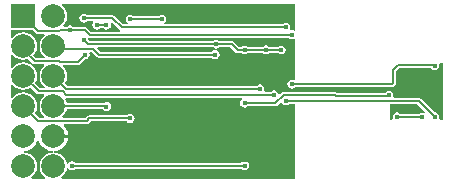
<source format=gbl>
G04*
G04 #@! TF.GenerationSoftware,Altium Limited,Altium Designer,21.1.1 (26)*
G04*
G04 Layer_Physical_Order=2*
G04 Layer_Color=16711680*
%FSLAX44Y44*%
%MOMM*%
G71*
G04*
G04 #@! TF.SameCoordinates,1E62C949-7E6C-4E94-960E-AF288404BBEF*
G04*
G04*
G04 #@! TF.FilePolarity,Positive*
G04*
G01*
G75*
%ADD11C,0.2000*%
%ADD33C,2.0000*%
%ADD34R,2.0000X2.0000*%
%ADD35C,0.4500*%
G36*
X23398Y125198D02*
X24225Y124645D01*
X25200Y124451D01*
X30382D01*
X30814Y123181D01*
X29798Y122402D01*
X27955Y120000D01*
X26796Y117202D01*
X26401Y114200D01*
X26796Y111198D01*
X27955Y108400D01*
X29798Y105998D01*
X30944Y105119D01*
X30513Y103849D01*
X23356D01*
X20978Y106227D01*
X22645Y108400D01*
X23804Y111198D01*
X24199Y114200D01*
X23804Y117202D01*
X22645Y120000D01*
X20802Y122402D01*
X18400Y124245D01*
X15602Y125404D01*
X12600Y125799D01*
X9598Y125404D01*
X6800Y124245D01*
X4398Y122402D01*
X3309Y120983D01*
X2039Y121414D01*
Y128100D01*
X20495D01*
X23398Y125198D01*
D02*
G37*
G36*
X4398Y105998D02*
X6800Y104155D01*
X9598Y102996D01*
X12600Y102601D01*
X15602Y102996D01*
X16590Y103405D01*
X20498Y99498D01*
X21325Y98945D01*
X22300Y98751D01*
X30102D01*
X30510Y97548D01*
X29798Y97002D01*
X27955Y94600D01*
X26796Y91802D01*
X26401Y88800D01*
X26796Y85798D01*
X27955Y83000D01*
X29798Y80598D01*
X30944Y79719D01*
X30513Y78449D01*
X26556D01*
X22367Y82638D01*
X22645Y83000D01*
X23804Y85798D01*
X24199Y88800D01*
X23804Y91802D01*
X22645Y94600D01*
X20802Y97002D01*
X18400Y98845D01*
X15602Y100004D01*
X12600Y100399D01*
X9598Y100004D01*
X6800Y98845D01*
X4398Y97002D01*
X3309Y95583D01*
X2039Y96014D01*
Y106986D01*
X3309Y107417D01*
X4398Y105998D01*
D02*
G37*
G36*
Y80598D02*
X6800Y78755D01*
X9598Y77596D01*
X12600Y77201D01*
X15602Y77596D01*
X18400Y78755D01*
X18762Y79033D01*
X23698Y74098D01*
X24525Y73545D01*
X25500Y73351D01*
X30102D01*
X30510Y72148D01*
X29798Y71602D01*
X27955Y69200D01*
X26796Y66402D01*
X26401Y63400D01*
X26796Y60398D01*
X27955Y57600D01*
X29798Y55198D01*
X30510Y54652D01*
X30102Y53449D01*
X26156D01*
X22367Y57238D01*
X22645Y57600D01*
X23804Y60398D01*
X24199Y63400D01*
X23804Y66402D01*
X22645Y69200D01*
X20802Y71602D01*
X18400Y73445D01*
X15602Y74604D01*
X12600Y74999D01*
X9598Y74604D01*
X6800Y73445D01*
X4398Y71602D01*
X3309Y70183D01*
X2039Y70614D01*
Y81586D01*
X3309Y82017D01*
X4398Y80598D01*
D02*
G37*
G36*
X27046Y31676D02*
X29056Y29056D01*
X31676Y27046D01*
X34726Y25783D01*
X37512Y25416D01*
Y24135D01*
X34998Y23804D01*
X32200Y22645D01*
X29798Y20802D01*
X27955Y18400D01*
X26796Y15602D01*
X26401Y12600D01*
X26796Y9598D01*
X27955Y6800D01*
X29798Y4398D01*
X31217Y3309D01*
X30786Y2039D01*
X19814D01*
X19383Y3309D01*
X20802Y4398D01*
X22645Y6800D01*
X23804Y9598D01*
X24199Y12600D01*
X23804Y15602D01*
X22645Y18400D01*
X20802Y20802D01*
X18400Y22645D01*
X15602Y23804D01*
X13088Y24135D01*
Y25416D01*
X15874Y25783D01*
X18924Y27046D01*
X21544Y29056D01*
X23554Y31676D01*
X24613Y34233D01*
X25987D01*
X27046Y31676D01*
D02*
G37*
G36*
X242961Y128059D02*
X241691Y127380D01*
X241463Y127532D01*
X240000Y127823D01*
X239519Y127728D01*
X239163Y128020D01*
X238592Y128838D01*
X238823Y130000D01*
X238532Y131463D01*
X237704Y132704D01*
X236463Y133532D01*
X235000Y133823D01*
X233537Y133532D01*
X232296Y132704D01*
X232193Y132549D01*
X132374D01*
X131989Y133819D01*
X132704Y134296D01*
X133532Y135537D01*
X133823Y137000D01*
X133532Y138463D01*
X132704Y139704D01*
X131463Y140532D01*
X130000Y140823D01*
X128537Y140532D01*
X127296Y139704D01*
X127193Y139549D01*
X105807D01*
X105704Y139704D01*
X104463Y140532D01*
X103000Y140823D01*
X101537Y140532D01*
X100296Y139704D01*
X99468Y138463D01*
X99177Y137000D01*
X99468Y135537D01*
X100296Y134296D01*
X101011Y133819D01*
X100626Y132549D01*
X97056D01*
X89802Y139802D01*
X88975Y140355D01*
X88000Y140549D01*
X66807D01*
X66704Y140704D01*
X65463Y141532D01*
X64000Y141823D01*
X62537Y141532D01*
X61296Y140704D01*
X60468Y139463D01*
X60177Y138000D01*
X60468Y136537D01*
X61296Y135296D01*
X62537Y134468D01*
X64000Y134177D01*
X65463Y134468D01*
X66704Y135296D01*
X66807Y135451D01*
X71303D01*
X71947Y134181D01*
X71468Y133463D01*
X71177Y132000D01*
X71468Y130537D01*
X72296Y129296D01*
X73537Y128468D01*
X75000Y128177D01*
X76463Y128468D01*
X77704Y129296D01*
X77807Y129451D01*
X80193D01*
X80296Y129296D01*
X81537Y128468D01*
X83000Y128177D01*
X84463Y128468D01*
X85704Y129296D01*
X86532Y130537D01*
X86823Y132000D01*
X86584Y133202D01*
X86803Y133866D01*
X87299Y134602D01*
X87725Y134670D01*
X94198Y128198D01*
X94764Y127819D01*
X94521Y126549D01*
X70056D01*
X66802Y129802D01*
X65975Y130355D01*
X65000Y130549D01*
X54807D01*
X54704Y130704D01*
X53463Y131532D01*
X52000Y131823D01*
X50537Y131532D01*
X49296Y130704D01*
X49193Y130549D01*
X47078D01*
X46525Y131819D01*
X48045Y133800D01*
X49204Y136598D01*
X49599Y139600D01*
X49204Y142602D01*
X48045Y145400D01*
X46202Y147802D01*
X45043Y148691D01*
X45474Y149961D01*
X242961D01*
Y128059D01*
D02*
G37*
G36*
X69000Y121451D02*
X237193D01*
X237296Y121296D01*
X238537Y120468D01*
X240000Y120177D01*
X241463Y120468D01*
X241691Y120620D01*
X242961Y119941D01*
Y86059D01*
X241691Y85380D01*
X241463Y85532D01*
X240000Y85823D01*
X238537Y85532D01*
X237296Y84704D01*
X236468Y83463D01*
X236177Y82000D01*
X236468Y80537D01*
X237296Y79296D01*
X238537Y78468D01*
X240000Y78177D01*
X241463Y78468D01*
X242704Y79296D01*
X242807Y79451D01*
X324828D01*
X325804Y79645D01*
X326631Y80198D01*
X327802Y81369D01*
X328355Y82196D01*
X328549Y83172D01*
Y92944D01*
X331056Y95451D01*
X357901D01*
X358172Y95047D01*
X359412Y94218D01*
X360875Y93927D01*
X362338Y94218D01*
X363579Y95047D01*
X364407Y96287D01*
X364698Y97750D01*
X364511Y98691D01*
X365319Y99961D01*
X367961D01*
Y52039D01*
X365444D01*
X364636Y53309D01*
X364823Y54250D01*
X364532Y55713D01*
X363704Y56954D01*
X362463Y57782D01*
X361000Y58073D01*
X360818Y58037D01*
X349052Y69802D01*
X348226Y70355D01*
X347250Y70549D01*
X326451D01*
X325638Y71819D01*
X325823Y72750D01*
X325532Y74213D01*
X324704Y75453D01*
X323463Y76282D01*
X322000Y76573D01*
X320537Y76282D01*
X319296Y75453D01*
X318692Y74549D01*
X278609D01*
X278605Y74552D01*
X277778Y75105D01*
X276803Y75299D01*
X233032D01*
X232057Y75105D01*
X231230Y74552D01*
X230045Y73368D01*
X228667Y73786D01*
X228532Y74463D01*
X227704Y75704D01*
X226463Y76532D01*
X225000Y76823D01*
X223537Y76532D01*
X222296Y75704D01*
X222193Y75549D01*
X217283D01*
X216588Y76819D01*
X216823Y78000D01*
X216532Y79463D01*
X215704Y80704D01*
X214463Y81532D01*
X213000Y81823D01*
X211537Y81532D01*
X210296Y80704D01*
X210193Y80549D01*
X49856D01*
X47767Y82638D01*
X48045Y83000D01*
X49204Y85798D01*
X49599Y88800D01*
X49204Y91802D01*
X48045Y94600D01*
X46202Y97002D01*
X45881Y97248D01*
X46289Y98451D01*
X59000D01*
X59976Y98645D01*
X60802Y99198D01*
X64818Y103213D01*
X65000Y103177D01*
X66463Y103468D01*
X67704Y104296D01*
X68532Y105537D01*
X68823Y107000D01*
X68589Y108181D01*
X69283Y109451D01*
X70944D01*
X75198Y105198D01*
X76025Y104645D01*
X77000Y104451D01*
X172193D01*
X172296Y104296D01*
X173537Y103468D01*
X175000Y103177D01*
X176463Y103468D01*
X177704Y104296D01*
X178532Y105537D01*
X178823Y107000D01*
X178532Y108463D01*
X177704Y109704D01*
X176463Y110532D01*
X175000Y110823D01*
X173537Y110532D01*
X172296Y109704D01*
X172193Y109549D01*
X78056D01*
X75327Y112278D01*
X75813Y113451D01*
X173193D01*
X173296Y113296D01*
X174537Y112468D01*
X176000Y112177D01*
X177463Y112468D01*
X178704Y113296D01*
X178807Y113451D01*
X187944D01*
X192198Y109198D01*
X193025Y108645D01*
X194000Y108451D01*
X197193D01*
X197296Y108296D01*
X198537Y107468D01*
X200000Y107177D01*
X201463Y107468D01*
X202704Y108296D01*
X202807Y108451D01*
X215193D01*
X215296Y108296D01*
X216537Y107468D01*
X218000Y107177D01*
X219463Y107468D01*
X220704Y108296D01*
X220807Y108451D01*
X228193D01*
X228296Y108296D01*
X229537Y107468D01*
X231000Y107177D01*
X232463Y107468D01*
X233704Y108296D01*
X234532Y109537D01*
X234823Y111000D01*
X234532Y112463D01*
X233704Y113704D01*
X232463Y114532D01*
X231000Y114823D01*
X229537Y114532D01*
X228296Y113704D01*
X228193Y113549D01*
X220807D01*
X220704Y113704D01*
X219463Y114532D01*
X218000Y114823D01*
X216537Y114532D01*
X215296Y113704D01*
X215193Y113549D01*
X202807D01*
X202704Y113704D01*
X201463Y114532D01*
X200000Y114823D01*
X198537Y114532D01*
X197296Y113704D01*
X197193Y113549D01*
X195056D01*
X190802Y117802D01*
X189975Y118355D01*
X189000Y118549D01*
X178807D01*
X178704Y118704D01*
X177463Y119532D01*
X176000Y119823D01*
X174537Y119532D01*
X173296Y118704D01*
X173193Y118549D01*
X69019D01*
X67823Y119000D01*
X67532Y120463D01*
X67468Y120559D01*
X67628Y120871D01*
X68308Y121589D01*
X69000Y121451D01*
D02*
G37*
G36*
X48850Y70451D02*
X198030D01*
X198278Y69181D01*
X197299Y68527D01*
X196470Y67287D01*
X196179Y65824D01*
X196470Y64361D01*
X197299Y63120D01*
X198540Y62291D01*
X200003Y62000D01*
X201466Y62291D01*
X202706Y63120D01*
X202810Y63275D01*
X226106D01*
X227082Y63469D01*
X227909Y64021D01*
X230297Y66409D01*
X231769Y66086D01*
X232296Y65296D01*
X233537Y64468D01*
X235000Y64177D01*
X236463Y64468D01*
X237704Y65296D01*
X237807Y65451D01*
X242591D01*
X242961Y65000D01*
Y2039D01*
X45214D01*
X44783Y3309D01*
X46202Y4398D01*
X48045Y6800D01*
X49204Y9598D01*
X49384Y10968D01*
X50695Y11196D01*
X51296Y10296D01*
X52537Y9468D01*
X54000Y9177D01*
X55463Y9468D01*
X56704Y10296D01*
X56807Y10451D01*
X197193D01*
X197296Y10296D01*
X198537Y9468D01*
X200000Y9177D01*
X201463Y9468D01*
X202704Y10296D01*
X203532Y11537D01*
X203823Y13000D01*
X203532Y14463D01*
X202704Y15704D01*
X201463Y16532D01*
X200000Y16823D01*
X198537Y16532D01*
X197296Y15704D01*
X197193Y15549D01*
X56807D01*
X56704Y15704D01*
X55463Y16532D01*
X54000Y16823D01*
X52537Y16532D01*
X51296Y15704D01*
X50607Y14672D01*
X49726Y14700D01*
X49305Y14835D01*
X49204Y15602D01*
X48045Y18400D01*
X46202Y20802D01*
X43800Y22645D01*
X41002Y23804D01*
X38488Y24135D01*
Y25416D01*
X41274Y25783D01*
X44324Y27046D01*
X46944Y29056D01*
X48954Y31676D01*
X50217Y34726D01*
X50481Y36730D01*
X38000D01*
Y39270D01*
X50481D01*
X50217Y41274D01*
X48954Y44324D01*
X46944Y46944D01*
X46677Y47148D01*
X47085Y48351D01*
X66523D01*
X67498Y48545D01*
X68325Y49098D01*
X69679Y50451D01*
X100193D01*
X100296Y50296D01*
X101537Y49468D01*
X103000Y49177D01*
X104463Y49468D01*
X105704Y50296D01*
X106532Y51537D01*
X106823Y53000D01*
X106532Y54463D01*
X105704Y55704D01*
X104463Y56532D01*
X103000Y56823D01*
X101537Y56532D01*
X100296Y55704D01*
X100193Y55549D01*
X68623D01*
X67647Y55355D01*
X66821Y54802D01*
X65467Y53449D01*
X45898D01*
X45490Y54652D01*
X46202Y55198D01*
X48045Y57600D01*
X49204Y60398D01*
X49264Y60851D01*
X79926D01*
X80296Y60296D01*
X81537Y59468D01*
X83000Y59177D01*
X84463Y59468D01*
X85704Y60296D01*
X86532Y61537D01*
X86823Y63000D01*
X86532Y64463D01*
X85704Y65704D01*
X84463Y66532D01*
X83000Y66823D01*
X81537Y66532D01*
X80664Y65949D01*
X49264D01*
X49204Y66402D01*
X48045Y69200D01*
X47940Y69337D01*
X48656Y70490D01*
X48850Y70451D01*
D02*
G37*
G36*
X353084Y58561D02*
X352275Y57574D01*
X351963Y57782D01*
X350500Y58073D01*
X349037Y57782D01*
X347797Y56954D01*
X347693Y56799D01*
X331869D01*
X331766Y56954D01*
X330526Y57782D01*
X329062Y58073D01*
X327599Y57782D01*
X326359Y56954D01*
X325530Y55713D01*
X325239Y54250D01*
X325426Y53309D01*
X324618Y52039D01*
X323039D01*
Y65000D01*
X323409Y65451D01*
X346194D01*
X353084Y58561D01*
D02*
G37*
D11*
X329062Y54250D02*
X350500D01*
X320033Y68000D02*
X347250D01*
X361000Y54250D01*
X330000Y98000D02*
X360625D01*
X360875Y97750D01*
X230000Y77000D02*
X317782D01*
X324828Y82000D02*
X326000Y83172D01*
Y94000D01*
X240000Y82000D02*
X324828D01*
X317782Y77000D02*
X318032Y77250D01*
X319850Y72271D02*
X321522D01*
X319578Y72000D02*
X319850Y72271D01*
X277553Y72000D02*
X319578D01*
X321522Y72271D02*
X322000Y72750D01*
X235000Y68000D02*
X320032D01*
X320033Y68000D01*
X115000Y38000D02*
X168000D01*
X54000D02*
X115000D01*
X54000Y13000D02*
X200000D01*
X67000Y116000D02*
X176000D01*
X64000Y119000D02*
X67000Y116000D01*
X65000Y128000D02*
X69000Y124000D01*
X240000D01*
X176000Y116000D02*
X189000D01*
X194000Y111000D02*
X200000D01*
X189000Y116000D02*
X194000Y111000D01*
X218000D02*
X231000D01*
X200000D02*
X218000D01*
X200003Y65824D02*
X226106D01*
X233032Y72750D01*
X276803D01*
X277553Y72000D01*
X52000Y128000D02*
X65000D01*
X326000Y94000D02*
X330000Y98000D01*
X64000Y138000D02*
X88000D01*
X96000Y130000D02*
X235000D01*
X88000Y138000D02*
X96000Y130000D01*
X75000Y132000D02*
X83000D01*
X48850Y73000D02*
X225000D01*
X25500Y75900D02*
X45950D01*
X12600Y88800D02*
X25500Y75900D01*
X45950D02*
X48850Y73000D01*
X48800Y78000D02*
X213000D01*
X38000Y88800D02*
X48800Y78000D01*
X12600Y63400D02*
X25100Y50900D01*
X66523D01*
X68623Y53000D02*
X103000D01*
X66523Y50900D02*
X68623Y53000D01*
X103000Y137000D02*
X130000D01*
X38000Y63400D02*
X82600D01*
X83000Y63000D01*
X12600Y139600D02*
X25200Y127000D01*
X44078Y128000D02*
X52000D01*
X43078Y127000D02*
X44078Y128000D01*
X25200Y127000D02*
X43078D01*
X38000Y114200D02*
X40200Y112000D01*
X72000D01*
X77000Y107000D01*
X175000D01*
X43761Y101300D02*
X44061Y101000D01*
X22300Y101300D02*
X43761D01*
X44061Y101000D02*
X59000D01*
X65000Y107000D01*
X12600Y111000D02*
X22300Y101300D01*
X12600Y111000D02*
Y114200D01*
D33*
X38000Y12600D02*
D03*
X12600D02*
D03*
X38000Y38000D02*
D03*
X12600D02*
D03*
X38000Y63400D02*
D03*
X12600D02*
D03*
X38000Y114200D02*
D03*
Y139600D02*
D03*
X12600Y114200D02*
D03*
Y88800D02*
D03*
X38000D02*
D03*
D34*
X12600Y139600D02*
D03*
D35*
X329062Y54250D02*
D03*
X350500D02*
D03*
X361000D02*
D03*
X360875Y97750D02*
D03*
X318032Y77250D02*
D03*
X322000Y72750D02*
D03*
X84000Y30000D02*
D03*
X139000Y62000D02*
D03*
X207000Y144000D02*
D03*
X190000Y55000D02*
D03*
X189000Y31000D02*
D03*
X213000Y48000D02*
D03*
X92000Y93000D02*
D03*
X59000Y87000D02*
D03*
Y28000D02*
D03*
X89000Y44000D02*
D03*
X140000Y50000D02*
D03*
X159000Y61000D02*
D03*
X235822Y37818D02*
D03*
X231000Y142000D02*
D03*
X190000Y140000D02*
D03*
X157000Y97000D02*
D03*
X151000Y56000D02*
D03*
X124000Y54000D02*
D03*
X95000Y27000D02*
D03*
X168000Y38000D02*
D03*
X115000D02*
D03*
X54000D02*
D03*
X200000Y13000D02*
D03*
X54000D02*
D03*
X64000Y119000D02*
D03*
X176000Y116000D02*
D03*
X218000Y111000D02*
D03*
X231000D02*
D03*
X200000D02*
D03*
X200003Y65824D02*
D03*
X230000Y77000D02*
D03*
X240000Y124000D02*
D03*
Y82000D02*
D03*
X64000Y138000D02*
D03*
X83000Y132000D02*
D03*
X75000D02*
D03*
X235000Y130000D02*
D03*
Y68000D02*
D03*
X225000Y73000D02*
D03*
X213000Y78000D02*
D03*
X103000Y53000D02*
D03*
Y137000D02*
D03*
X130000D02*
D03*
X83000Y63000D02*
D03*
X52000Y128000D02*
D03*
X175000Y107000D02*
D03*
X65000D02*
D03*
M02*

</source>
